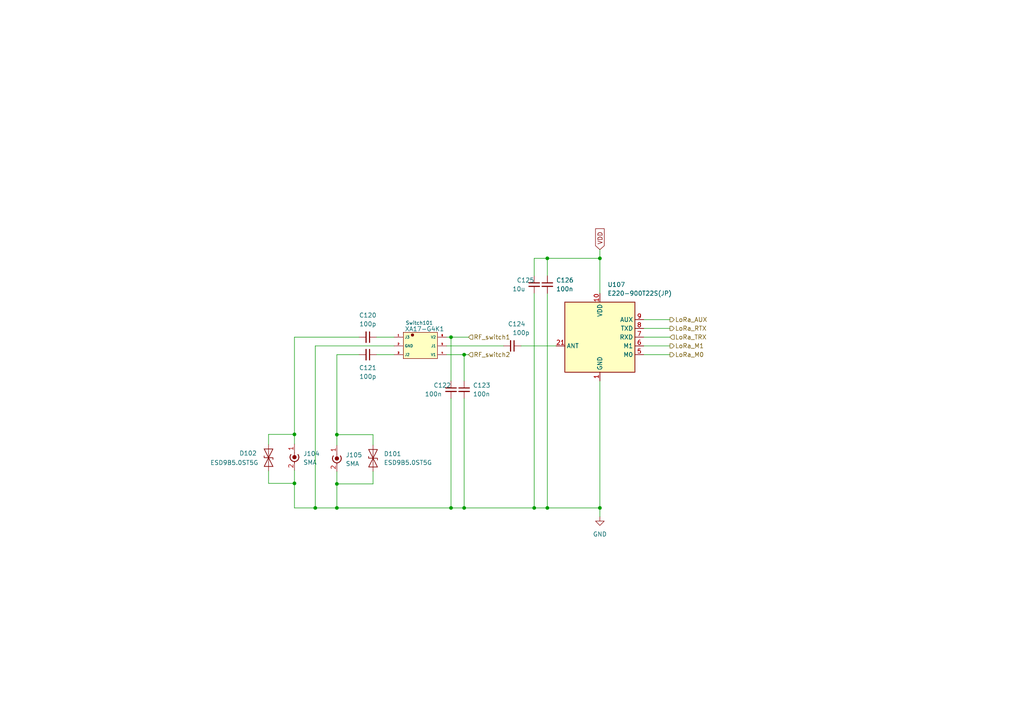
<source format=kicad_sch>
(kicad_sch
	(version 20231120)
	(generator "eeschema")
	(generator_version "8.0")
	(uuid "d339b9d8-51a7-460e-bb19-8d8c25d3e2aa")
	(paper "A4")
	(lib_symbols
		(symbol "Connector:Conn_Coaxial_Power"
			(pin_names
				(offset 1.016) hide)
			(exclude_from_sim no)
			(in_bom yes)
			(on_board yes)
			(property "Reference" "J"
				(at -5.08 -1.27 90)
				(effects
					(font
						(size 1.27 1.27)
					)
				)
			)
			(property "Value" "Conn_Coaxial_Power"
				(at -3.175 -1.27 90)
				(effects
					(font
						(size 1.27 1.27)
					)
				)
			)
			(property "Footprint" ""
				(at 0 -1.27 0)
				(effects
					(font
						(size 1.27 1.27)
					)
					(hide yes)
				)
			)
			(property "Datasheet" "~"
				(at 0 -1.27 0)
				(effects
					(font
						(size 1.27 1.27)
					)
					(hide yes)
				)
			)
			(property "Description" "coaxial connector (BNC, SMA, SMB, SMC, Cinch/RCA, LEMO, ...)"
				(at 0 0 0)
				(effects
					(font
						(size 1.27 1.27)
					)
					(hide yes)
				)
			)
			(property "ki_keywords" "BNC SMA SMB SMC LEMO coaxial connector CINCH RCA"
				(at 0 0 0)
				(effects
					(font
						(size 1.27 1.27)
					)
					(hide yes)
				)
			)
			(property "ki_fp_filters" "*BNC* *SMA* *SMB* *SMC* *Cinch* *LEMO*"
				(at 0 0 0)
				(effects
					(font
						(size 1.27 1.27)
					)
					(hide yes)
				)
			)
			(symbol "Conn_Coaxial_Power_0_1"
				(arc
					(start -1.27 -1.27)
					(mid 0 -2.5345)
					(end 1.27 -1.27)
					(stroke
						(width 0.254)
						(type default)
					)
					(fill
						(type none)
					)
				)
				(arc
					(start -1.016 -0.508)
					(mid -1.2048 -0.8684)
					(end -1.27 -1.27)
					(stroke
						(width 0.254)
						(type default)
					)
					(fill
						(type none)
					)
				)
				(circle
					(center 0 -1.27)
					(radius 0.508)
					(stroke
						(width 0.2032)
						(type default)
					)
					(fill
						(type outline)
					)
				)
				(polyline
					(pts
						(xy 0 -2.54) (xy 0 -3.048)
					)
					(stroke
						(width 0)
						(type default)
					)
					(fill
						(type none)
					)
				)
				(polyline
					(pts
						(xy 0 0) (xy 0 -1.27)
					)
					(stroke
						(width 0)
						(type default)
					)
					(fill
						(type none)
					)
				)
				(arc
					(start 1.27 -1.27)
					(mid 1.2048 -0.8684)
					(end 1.016 -0.508)
					(stroke
						(width 0.254)
						(type default)
					)
					(fill
						(type none)
					)
				)
			)
			(symbol "Conn_Coaxial_Power_1_1"
				(pin passive line
					(at 0 2.54 270)
					(length 2.54)
					(name "In"
						(effects
							(font
								(size 1.27 1.27)
							)
						)
					)
					(number "1"
						(effects
							(font
								(size 1.27 1.27)
							)
						)
					)
				)
				(pin passive line
					(at 0 -5.08 90)
					(length 2.54)
					(name "Ext"
						(effects
							(font
								(size 1.27 1.27)
							)
						)
					)
					(number "2"
						(effects
							(font
								(size 1.27 1.27)
							)
						)
					)
				)
			)
		)
		(symbol "Device:C_Small"
			(pin_numbers hide)
			(pin_names
				(offset 0.254) hide)
			(exclude_from_sim no)
			(in_bom yes)
			(on_board yes)
			(property "Reference" "C"
				(at 0.254 1.778 0)
				(effects
					(font
						(size 1.27 1.27)
					)
					(justify left)
				)
			)
			(property "Value" "C_Small"
				(at 0.254 -2.032 0)
				(effects
					(font
						(size 1.27 1.27)
					)
					(justify left)
				)
			)
			(property "Footprint" ""
				(at 0 0 0)
				(effects
					(font
						(size 1.27 1.27)
					)
					(hide yes)
				)
			)
			(property "Datasheet" "~"
				(at 0 0 0)
				(effects
					(font
						(size 1.27 1.27)
					)
					(hide yes)
				)
			)
			(property "Description" "Unpolarized capacitor, small symbol"
				(at 0 0 0)
				(effects
					(font
						(size 1.27 1.27)
					)
					(hide yes)
				)
			)
			(property "ki_keywords" "capacitor cap"
				(at 0 0 0)
				(effects
					(font
						(size 1.27 1.27)
					)
					(hide yes)
				)
			)
			(property "ki_fp_filters" "C_*"
				(at 0 0 0)
				(effects
					(font
						(size 1.27 1.27)
					)
					(hide yes)
				)
			)
			(symbol "C_Small_0_1"
				(polyline
					(pts
						(xy -1.524 -0.508) (xy 1.524 -0.508)
					)
					(stroke
						(width 0.3302)
						(type default)
					)
					(fill
						(type none)
					)
				)
				(polyline
					(pts
						(xy -1.524 0.508) (xy 1.524 0.508)
					)
					(stroke
						(width 0.3048)
						(type default)
					)
					(fill
						(type none)
					)
				)
			)
			(symbol "C_Small_1_1"
				(pin passive line
					(at 0 2.54 270)
					(length 2.032)
					(name "~"
						(effects
							(font
								(size 1.27 1.27)
							)
						)
					)
					(number "1"
						(effects
							(font
								(size 1.27 1.27)
							)
						)
					)
				)
				(pin passive line
					(at 0 -2.54 90)
					(length 2.032)
					(name "~"
						(effects
							(font
								(size 1.27 1.27)
							)
						)
					)
					(number "2"
						(effects
							(font
								(size 1.27 1.27)
							)
						)
					)
				)
			)
		)
		(symbol "Diode:ESD9B5.0ST5G"
			(pin_numbers hide)
			(pin_names
				(offset 1.016) hide)
			(exclude_from_sim no)
			(in_bom yes)
			(on_board yes)
			(property "Reference" "D"
				(at 0 2.54 0)
				(effects
					(font
						(size 1.27 1.27)
					)
				)
			)
			(property "Value" "ESD9B5.0ST5G"
				(at 0 -2.54 0)
				(effects
					(font
						(size 1.27 1.27)
					)
				)
			)
			(property "Footprint" "Diode_SMD:D_SOD-923"
				(at 0 0 0)
				(effects
					(font
						(size 1.27 1.27)
					)
					(hide yes)
				)
			)
			(property "Datasheet" "https://www.onsemi.com/pub/Collateral/ESD9B-D.PDF"
				(at 0 0 0)
				(effects
					(font
						(size 1.27 1.27)
					)
					(hide yes)
				)
			)
			(property "Description" "ESD protection diode, 5.0Vrwm, SOD-923"
				(at 0 0 0)
				(effects
					(font
						(size 1.27 1.27)
					)
					(hide yes)
				)
			)
			(property "ki_keywords" "diode TVS ESD"
				(at 0 0 0)
				(effects
					(font
						(size 1.27 1.27)
					)
					(hide yes)
				)
			)
			(property "ki_fp_filters" "D*SOD?923*"
				(at 0 0 0)
				(effects
					(font
						(size 1.27 1.27)
					)
					(hide yes)
				)
			)
			(symbol "ESD9B5.0ST5G_0_1"
				(polyline
					(pts
						(xy 1.27 0) (xy -1.27 0)
					)
					(stroke
						(width 0)
						(type default)
					)
					(fill
						(type none)
					)
				)
				(polyline
					(pts
						(xy -2.54 -1.27) (xy 0 0) (xy -2.54 1.27) (xy -2.54 -1.27)
					)
					(stroke
						(width 0.2032)
						(type default)
					)
					(fill
						(type none)
					)
				)
				(polyline
					(pts
						(xy 0.508 1.27) (xy 0 1.27) (xy 0 -1.27) (xy -0.508 -1.27)
					)
					(stroke
						(width 0.2032)
						(type default)
					)
					(fill
						(type none)
					)
				)
				(polyline
					(pts
						(xy 2.54 1.27) (xy 2.54 -1.27) (xy 0 0) (xy 2.54 1.27)
					)
					(stroke
						(width 0.2032)
						(type default)
					)
					(fill
						(type none)
					)
				)
			)
			(symbol "ESD9B5.0ST5G_1_1"
				(pin passive line
					(at -3.81 0 0)
					(length 2.54)
					(name "A1"
						(effects
							(font
								(size 1.27 1.27)
							)
						)
					)
					(number "1"
						(effects
							(font
								(size 1.27 1.27)
							)
						)
					)
				)
				(pin passive line
					(at 3.81 0 180)
					(length 2.54)
					(name "A2"
						(effects
							(font
								(size 1.27 1.27)
							)
						)
					)
					(number "2"
						(effects
							(font
								(size 1.27 1.27)
							)
						)
					)
				)
			)
		)
		(symbol "RF_Module_additional:E220-900T22S(JP)"
			(exclude_from_sim no)
			(in_bom yes)
			(on_board yes)
			(property "Reference" "U"
				(at -8.89 11.43 0)
				(effects
					(font
						(size 1.27 1.27)
					)
				)
			)
			(property "Value" "E220-900T22S(JP)"
				(at 11.43 11.43 0)
				(effects
					(font
						(size 1.27 1.27)
					)
				)
			)
			(property "Footprint" "RF_Module_additional:E220-900T22S(JP)"
				(at 0 0 0)
				(effects
					(font
						(size 1.27 1.27)
					)
					(hide yes)
				)
			)
			(property "Datasheet" "https://dragon-torch.tech/wp-content/uploads/2023/05/data_sheet_Rev1.4.pdf"
				(at 7.62 -11.43 0)
				(effects
					(font
						(size 1.27 1.27)
					)
					(hide yes)
				)
			)
			(property "Description" "920MHz LoRa Module, comply with Japanese wireless regulation"
				(at 0 0 0)
				(effects
					(font
						(size 1.27 1.27)
					)
					(hide yes)
				)
			)
			(property "ki_keywords" "RF 920 920MHz LoRa Module"
				(at 0 0 0)
				(effects
					(font
						(size 1.27 1.27)
					)
					(hide yes)
				)
			)
			(symbol "E220-900T22S(JP)_0_1"
				(rectangle
					(start -10.16 10.16)
					(end 10.16 -10.16)
					(stroke
						(width 0.254)
						(type default)
					)
					(fill
						(type background)
					)
				)
			)
			(symbol "E220-900T22S(JP)_1_1"
				(pin power_in line
					(at 0 -12.7 90)
					(length 2.54)
					(name "GND"
						(effects
							(font
								(size 1.27 1.27)
							)
						)
					)
					(number "1"
						(effects
							(font
								(size 1.27 1.27)
							)
						)
					)
				)
				(pin power_in line
					(at 0 12.7 270)
					(length 2.54)
					(name "VDD"
						(effects
							(font
								(size 1.27 1.27)
							)
						)
					)
					(number "10"
						(effects
							(font
								(size 1.27 1.27)
							)
						)
					)
				)
				(pin passive line
					(at 0 -12.7 90)
					(length 2.54) hide
					(name "GND"
						(effects
							(font
								(size 1.27 1.27)
							)
						)
					)
					(number "11"
						(effects
							(font
								(size 1.27 1.27)
							)
						)
					)
				)
				(pin passive line
					(at 0 -12.7 90)
					(length 2.54) hide
					(name "GND"
						(effects
							(font
								(size 1.27 1.27)
							)
						)
					)
					(number "13"
						(effects
							(font
								(size 1.27 1.27)
							)
						)
					)
				)
				(pin passive line
					(at 0 -12.7 90)
					(length 2.54) hide
					(name "GND"
						(effects
							(font
								(size 1.27 1.27)
							)
						)
					)
					(number "19"
						(effects
							(font
								(size 1.27 1.27)
							)
						)
					)
				)
				(pin passive line
					(at 0 -12.7 90)
					(length 2.54) hide
					(name "GND"
						(effects
							(font
								(size 1.27 1.27)
							)
						)
					)
					(number "2"
						(effects
							(font
								(size 1.27 1.27)
							)
						)
					)
				)
				(pin passive line
					(at 0 -12.7 90)
					(length 2.54) hide
					(name "GND"
						(effects
							(font
								(size 1.27 1.27)
							)
						)
					)
					(number "20"
						(effects
							(font
								(size 1.27 1.27)
							)
						)
					)
				)
				(pin power_in line
					(at -12.7 -2.54 0)
					(length 2.54)
					(name "ANT"
						(effects
							(font
								(size 1.27 1.27)
							)
						)
					)
					(number "21"
						(effects
							(font
								(size 1.27 1.27)
							)
						)
					)
				)
				(pin passive line
					(at 0 -12.7 90)
					(length 2.54) hide
					(name "GND"
						(effects
							(font
								(size 1.27 1.27)
							)
						)
					)
					(number "22"
						(effects
							(font
								(size 1.27 1.27)
							)
						)
					)
				)
				(pin passive line
					(at 0 -12.7 90)
					(length 2.54) hide
					(name "GND"
						(effects
							(font
								(size 1.27 1.27)
							)
						)
					)
					(number "3"
						(effects
							(font
								(size 1.27 1.27)
							)
						)
					)
				)
				(pin passive line
					(at 0 -12.7 90)
					(length 2.54) hide
					(name "GND"
						(effects
							(font
								(size 1.27 1.27)
							)
						)
					)
					(number "4"
						(effects
							(font
								(size 1.27 1.27)
							)
						)
					)
				)
				(pin input line
					(at 12.7 -5.08 180)
					(length 2.54)
					(name "M0"
						(effects
							(font
								(size 1.27 1.27)
							)
						)
					)
					(number "5"
						(effects
							(font
								(size 1.27 1.27)
							)
						)
					)
				)
				(pin input line
					(at 12.7 -2.54 180)
					(length 2.54)
					(name "M1"
						(effects
							(font
								(size 1.27 1.27)
							)
						)
					)
					(number "6"
						(effects
							(font
								(size 1.27 1.27)
							)
						)
					)
				)
				(pin input line
					(at 12.7 0 180)
					(length 2.54)
					(name "RXD"
						(effects
							(font
								(size 1.27 1.27)
							)
						)
					)
					(number "7"
						(effects
							(font
								(size 1.27 1.27)
							)
						)
					)
				)
				(pin output line
					(at 12.7 2.54 180)
					(length 2.54)
					(name "TXD"
						(effects
							(font
								(size 1.27 1.27)
							)
						)
					)
					(number "8"
						(effects
							(font
								(size 1.27 1.27)
							)
						)
					)
				)
				(pin output line
					(at 12.7 5.08 180)
					(length 2.54)
					(name "AUX"
						(effects
							(font
								(size 1.27 1.27)
							)
						)
					)
					(number "9"
						(effects
							(font
								(size 1.27 1.27)
							)
						)
					)
				)
			)
		)
		(symbol "XA17-G4K:XA17-G4K"
			(exclude_from_sim no)
			(in_bom yes)
			(on_board yes)
			(property "Reference" "XA17-G4K"
				(at 2.921 5.08 0)
				(effects
					(font
						(size 1.016 1.016)
					)
				)
			)
			(property "Value" ""
				(at 0 0 0)
				(effects
					(font
						(size 1.27 1.27)
					)
				)
			)
			(property "Footprint" ""
				(at 0 0 0)
				(effects
					(font
						(size 1.27 1.27)
					)
					(hide yes)
				)
			)
			(property "Datasheet" ""
				(at 0 0 0)
				(effects
					(font
						(size 1.27 1.27)
					)
					(hide yes)
				)
			)
			(property "Description" ""
				(at 0 0 0)
				(effects
					(font
						(size 1.27 1.27)
					)
					(hide yes)
				)
			)
			(symbol "XA17-G4K_1_1"
				(rectangle
					(start -4.953 3.937)
					(end 4.953 -3.683)
					(stroke
						(width 0)
						(type solid)
					)
					(fill
						(type background)
					)
				)
				(circle
					(center -2.286 3.175)
					(radius 0.381)
					(stroke
						(width 0)
						(type default)
					)
					(fill
						(type outline)
					)
				)
				(pin free line
					(at -7.62 2.54 0)
					(length 2.54)
					(name "J3"
						(effects
							(font
								(size 0.762 0.762)
							)
						)
					)
					(number "1"
						(effects
							(font
								(size 0.508 0.508)
							)
						)
					)
				)
				(pin free line
					(at -7.62 0 0)
					(length 2.54)
					(name "GND"
						(effects
							(font
								(size 0.762 0.762)
							)
						)
					)
					(number "2"
						(effects
							(font
								(size 0.508 0.508)
							)
						)
					)
				)
				(pin free line
					(at -7.62 -2.54 0)
					(length 2.54)
					(name "J2"
						(effects
							(font
								(size 0.762 0.762)
							)
						)
					)
					(number "3"
						(effects
							(font
								(size 0.508 0.508)
							)
						)
					)
				)
				(pin free line
					(at 7.62 -2.54 180)
					(length 2.54)
					(name "V1"
						(effects
							(font
								(size 0.762 0.762)
							)
						)
					)
					(number "4"
						(effects
							(font
								(size 0.508 0.508)
							)
						)
					)
				)
				(pin free line
					(at 7.62 0 180)
					(length 2.54)
					(name "J1"
						(effects
							(font
								(size 0.762 0.762)
							)
						)
					)
					(number "5"
						(effects
							(font
								(size 0.508 0.508)
							)
						)
					)
				)
				(pin free line
					(at 7.62 2.54 180)
					(length 2.54)
					(name "V2"
						(effects
							(font
								(size 0.762 0.762)
							)
						)
					)
					(number "6"
						(effects
							(font
								(size 0.508 0.508)
							)
						)
					)
				)
			)
		)
		(symbol "power:GND"
			(power)
			(pin_names
				(offset 0)
			)
			(exclude_from_sim no)
			(in_bom yes)
			(on_board yes)
			(property "Reference" "#PWR"
				(at 0 -6.35 0)
				(effects
					(font
						(size 1.27 1.27)
					)
					(hide yes)
				)
			)
			(property "Value" "GND"
				(at 0 -3.81 0)
				(effects
					(font
						(size 1.27 1.27)
					)
				)
			)
			(property "Footprint" ""
				(at 0 0 0)
				(effects
					(font
						(size 1.27 1.27)
					)
					(hide yes)
				)
			)
			(property "Datasheet" ""
				(at 0 0 0)
				(effects
					(font
						(size 1.27 1.27)
					)
					(hide yes)
				)
			)
			(property "Description" "Power symbol creates a global label with name \"GND\" , ground"
				(at 0 0 0)
				(effects
					(font
						(size 1.27 1.27)
					)
					(hide yes)
				)
			)
			(property "ki_keywords" "global power"
				(at 0 0 0)
				(effects
					(font
						(size 1.27 1.27)
					)
					(hide yes)
				)
			)
			(symbol "GND_0_1"
				(polyline
					(pts
						(xy 0 0) (xy 0 -1.27) (xy 1.27 -1.27) (xy 0 -2.54) (xy -1.27 -1.27) (xy 0 -1.27)
					)
					(stroke
						(width 0)
						(type default)
					)
					(fill
						(type none)
					)
				)
			)
			(symbol "GND_1_1"
				(pin power_in line
					(at 0 0 270)
					(length 0) hide
					(name "GND"
						(effects
							(font
								(size 1.27 1.27)
							)
						)
					)
					(number "1"
						(effects
							(font
								(size 1.27 1.27)
							)
						)
					)
				)
			)
		)
	)
	(junction
		(at 97.7064 126.0682)
		(diameter 0)
		(color 0 0 0 0)
		(uuid "05754398-e7f5-4454-ac2a-933e971a1868")
	)
	(junction
		(at 85.4018 140.1958)
		(diameter 0)
		(color 0 0 0 0)
		(uuid "2e6dd3c6-1ecc-48ae-b7b8-9f1d510423bd")
	)
	(junction
		(at 173.99 147.32)
		(diameter 0)
		(color 0 0 0 0)
		(uuid "355c01bf-ab79-4dd5-ba30-ae79abea33c3")
	)
	(junction
		(at 134.62 147.32)
		(diameter 0)
		(color 0 0 0 0)
		(uuid "37e715de-c5a2-4a99-8770-c59eed230a88")
	)
	(junction
		(at 173.99 74.93)
		(diameter 0)
		(color 0 0 0 0)
		(uuid "57ffcb14-8225-4f1d-8075-ee953724838f")
	)
	(junction
		(at 130.81 97.79)
		(diameter 0)
		(color 0 0 0 0)
		(uuid "7fa13b85-998a-476b-9ec9-941b405ad4be")
	)
	(junction
		(at 154.94 147.32)
		(diameter 0)
		(color 0 0 0 0)
		(uuid "8ec9b8d2-7105-4836-829c-0c4793ed3a9c")
	)
	(junction
		(at 134.62 102.87)
		(diameter 0)
		(color 0 0 0 0)
		(uuid "9acd7f40-5dab-4e9f-a255-d1235bf804c6")
	)
	(junction
		(at 158.75 147.32)
		(diameter 0)
		(color 0 0 0 0)
		(uuid "a8aa2793-baf2-483b-b20a-337b66a83a8b")
	)
	(junction
		(at 97.7064 140.3477)
		(diameter 0)
		(color 0 0 0 0)
		(uuid "c008021d-75b5-4a84-ae43-b2ee38dd3261")
	)
	(junction
		(at 130.81 147.32)
		(diameter 0)
		(color 0 0 0 0)
		(uuid "d2395486-833f-43c5-80e4-dcb9a8e18af7")
	)
	(junction
		(at 97.7064 147.32)
		(diameter 0)
		(color 0 0 0 0)
		(uuid "d3e385f2-3460-43cf-8bf1-608a1a8f1d21")
	)
	(junction
		(at 85.4018 125.9922)
		(diameter 0)
		(color 0 0 0 0)
		(uuid "e2550b78-0d45-4260-a772-867c2435fe04")
	)
	(junction
		(at 91.44 147.32)
		(diameter 0)
		(color 0 0 0 0)
		(uuid "ea4332a6-3a60-4e7f-b42e-f10166e6ee0b")
	)
	(junction
		(at 158.75 74.93)
		(diameter 0)
		(color 0 0 0 0)
		(uuid "f057d2b7-87b3-41bc-9666-cdd1a9a7936c")
	)
	(wire
		(pts
			(xy 85.4018 136.4082) (xy 85.4018 140.1958)
		)
		(stroke
			(width 0)
			(type default)
		)
		(uuid "06cd50a1-1287-4dcc-a968-a6846473d675")
	)
	(wire
		(pts
			(xy 154.94 147.32) (xy 158.75 147.32)
		)
		(stroke
			(width 0)
			(type default)
		)
		(uuid "09c5680e-351b-446a-8e75-fba7b9a1a3ad")
	)
	(wire
		(pts
			(xy 158.75 74.93) (xy 158.75 80.01)
		)
		(stroke
			(width 0)
			(type default)
		)
		(uuid "0bbed2cd-98e4-4fcd-b7ad-88f6edbf5cee")
	)
	(wire
		(pts
			(xy 97.7064 126.0682) (xy 97.7064 129.1679)
		)
		(stroke
			(width 0)
			(type default)
		)
		(uuid "17503497-1a37-448d-a64c-7342f8c0f37d")
	)
	(wire
		(pts
			(xy 173.99 147.32) (xy 173.99 149.86)
		)
		(stroke
			(width 0)
			(type default)
		)
		(uuid "182fb241-c2a4-4a2d-86ce-45b9e67cdba7")
	)
	(wire
		(pts
			(xy 108.1976 126.0682) (xy 97.7064 126.0682)
		)
		(stroke
			(width 0)
			(type default)
		)
		(uuid "18cd8214-5ff2-40d9-ac04-286462b59c9e")
	)
	(wire
		(pts
			(xy 130.81 97.79) (xy 135.89 97.79)
		)
		(stroke
			(width 0)
			(type default)
		)
		(uuid "24a909a9-0a62-40a2-8b3d-bd5775e94d99")
	)
	(wire
		(pts
			(xy 109.22 102.87) (xy 114.3 102.87)
		)
		(stroke
			(width 0)
			(type default)
		)
		(uuid "24d8b603-d3cf-4117-85f7-8352c730e6a9")
	)
	(wire
		(pts
			(xy 91.44 147.32) (xy 97.7064 147.32)
		)
		(stroke
			(width 0)
			(type default)
		)
		(uuid "318dd322-0d38-43d6-8030-27637c079724")
	)
	(wire
		(pts
			(xy 194.31 95.25) (xy 186.69 95.25)
		)
		(stroke
			(width 0)
			(type default)
		)
		(uuid "35b049f7-4421-4c0b-a0c7-fd996386beaf")
	)
	(wire
		(pts
			(xy 158.75 147.32) (xy 173.99 147.32)
		)
		(stroke
			(width 0)
			(type default)
		)
		(uuid "3d9c3178-d3af-4b4b-b4b0-5de4af503508")
	)
	(wire
		(pts
			(xy 108.1976 136.7141) (xy 108.1976 140.3477)
		)
		(stroke
			(width 0)
			(type default)
		)
		(uuid "42f0f5fb-d679-4cca-8b2e-ad7593110c46")
	)
	(wire
		(pts
			(xy 104.14 97.79) (xy 85.4018 97.79)
		)
		(stroke
			(width 0)
			(type default)
		)
		(uuid "4386dfd1-1cfc-4699-801a-be31b9d4d038")
	)
	(wire
		(pts
			(xy 194.31 100.33) (xy 186.69 100.33)
		)
		(stroke
			(width 0)
			(type default)
		)
		(uuid "487fc7eb-0e39-4365-9eb7-696ac6d007f6")
	)
	(wire
		(pts
			(xy 158.75 85.09) (xy 158.75 147.32)
		)
		(stroke
			(width 0)
			(type default)
		)
		(uuid "4920bcdd-325a-465b-8e4d-7514f699b0a9")
	)
	(wire
		(pts
			(xy 173.99 74.93) (xy 173.99 85.09)
		)
		(stroke
			(width 0)
			(type default)
		)
		(uuid "4be6cb6a-284d-4370-acd2-45a1b427dd85")
	)
	(wire
		(pts
			(xy 134.62 115.57) (xy 134.62 147.32)
		)
		(stroke
			(width 0)
			(type default)
		)
		(uuid "508ed199-6729-4873-a2fc-555df9482330")
	)
	(wire
		(pts
			(xy 134.62 102.87) (xy 134.62 110.49)
		)
		(stroke
			(width 0)
			(type default)
		)
		(uuid "51b0bcaf-3b37-44c3-874d-dfe68ec92947")
	)
	(wire
		(pts
			(xy 77.8917 136.5622) (xy 77.8917 140.1958)
		)
		(stroke
			(width 0)
			(type default)
		)
		(uuid "52861cce-e615-402d-9f6d-d015f682dd71")
	)
	(wire
		(pts
			(xy 77.8917 128.9422) (xy 77.8917 125.9922)
		)
		(stroke
			(width 0)
			(type default)
		)
		(uuid "616f9c31-c307-43ba-9c90-3d7b0c591f5a")
	)
	(wire
		(pts
			(xy 97.7064 147.32) (xy 130.81 147.32)
		)
		(stroke
			(width 0)
			(type default)
		)
		(uuid "617bcfb3-88be-4619-85c2-f3cb2d12ec78")
	)
	(wire
		(pts
			(xy 134.62 102.87) (xy 135.89 102.87)
		)
		(stroke
			(width 0)
			(type default)
		)
		(uuid "63e8a014-1629-450a-8a9e-f26d30b72e3d")
	)
	(wire
		(pts
			(xy 108.1976 140.3477) (xy 97.7064 140.3477)
		)
		(stroke
			(width 0)
			(type default)
		)
		(uuid "64e35c12-dd5d-489f-a470-638c3cec9d33")
	)
	(wire
		(pts
			(xy 186.69 97.79) (xy 194.31 97.79)
		)
		(stroke
			(width 0)
			(type default)
		)
		(uuid "6e2f2a86-94df-437a-bb89-1921fa4426ea")
	)
	(wire
		(pts
			(xy 129.54 97.79) (xy 130.81 97.79)
		)
		(stroke
			(width 0)
			(type default)
		)
		(uuid "6e54de74-ca99-4aa7-8f4d-9ae375d98134")
	)
	(wire
		(pts
			(xy 91.44 100.33) (xy 91.44 147.32)
		)
		(stroke
			(width 0)
			(type default)
		)
		(uuid "7037183a-4a15-4924-95f0-461ca1f7de17")
	)
	(wire
		(pts
			(xy 97.7064 140.3477) (xy 97.7064 147.32)
		)
		(stroke
			(width 0)
			(type default)
		)
		(uuid "76a67cef-ed16-449b-b8a8-b78ce7fdc53d")
	)
	(wire
		(pts
			(xy 154.94 85.09) (xy 154.94 147.32)
		)
		(stroke
			(width 0)
			(type default)
		)
		(uuid "77c958a1-9195-407b-b058-68c29f69b00c")
	)
	(wire
		(pts
			(xy 114.3 97.79) (xy 109.22 97.79)
		)
		(stroke
			(width 0)
			(type default)
		)
		(uuid "7bbe442c-7539-4010-bdff-d727731922b1")
	)
	(wire
		(pts
			(xy 173.99 72.39) (xy 173.99 74.93)
		)
		(stroke
			(width 0)
			(type default)
		)
		(uuid "7e332e91-c1d9-4e3e-8bf7-f0eeed868f41")
	)
	(wire
		(pts
			(xy 97.7064 102.87) (xy 104.14 102.87)
		)
		(stroke
			(width 0)
			(type default)
		)
		(uuid "80672e7b-a472-4be8-8605-fff90f37deed")
	)
	(wire
		(pts
			(xy 186.69 92.71) (xy 194.31 92.71)
		)
		(stroke
			(width 0)
			(type default)
		)
		(uuid "8069b63b-a7ee-4ae7-803b-f9b6e62dda2a")
	)
	(wire
		(pts
			(xy 129.54 102.87) (xy 134.62 102.87)
		)
		(stroke
			(width 0)
			(type default)
		)
		(uuid "80c95b3e-1e04-4ee5-8cc1-679e7e7e3ce6")
	)
	(wire
		(pts
			(xy 154.94 74.93) (xy 158.75 74.93)
		)
		(stroke
			(width 0)
			(type default)
		)
		(uuid "84033989-2ce9-4450-8815-c570a74fc22e")
	)
	(wire
		(pts
			(xy 114.3 100.33) (xy 91.44 100.33)
		)
		(stroke
			(width 0)
			(type default)
		)
		(uuid "85790077-733a-4ff0-b74f-ba99a817228f")
	)
	(wire
		(pts
			(xy 129.54 100.33) (xy 146.05 100.33)
		)
		(stroke
			(width 0)
			(type default)
		)
		(uuid "860559a2-076c-4c17-b8ab-7052185cbb90")
	)
	(wire
		(pts
			(xy 134.62 147.32) (xy 154.94 147.32)
		)
		(stroke
			(width 0)
			(type default)
		)
		(uuid "890a9cde-fd4b-417f-a027-5c957ea5083f")
	)
	(wire
		(pts
			(xy 85.4018 97.79) (xy 85.4018 125.9922)
		)
		(stroke
			(width 0)
			(type default)
		)
		(uuid "8ade3cc5-7670-48e4-ab4d-09ec30953f0a")
	)
	(wire
		(pts
			(xy 97.7064 102.87) (xy 97.7064 126.0682)
		)
		(stroke
			(width 0)
			(type default)
		)
		(uuid "8ba0b758-df27-44cc-ac41-5cf64a7ef758")
	)
	(wire
		(pts
			(xy 85.4018 147.32) (xy 91.44 147.32)
		)
		(stroke
			(width 0)
			(type default)
		)
		(uuid "8daeee9c-1b94-402b-911f-1d4d26482842")
	)
	(wire
		(pts
			(xy 154.94 80.01) (xy 154.94 74.93)
		)
		(stroke
			(width 0)
			(type default)
		)
		(uuid "96d28f05-2242-49d2-bbbb-98c5eea2c51a")
	)
	(wire
		(pts
			(xy 77.8917 140.1958) (xy 85.4018 140.1958)
		)
		(stroke
			(width 0)
			(type default)
		)
		(uuid "a04e00f8-269d-469e-acc3-14cfb738a24f")
	)
	(wire
		(pts
			(xy 97.7064 136.7879) (xy 97.7064 140.3477)
		)
		(stroke
			(width 0)
			(type default)
		)
		(uuid "a5483205-669c-4a00-af5d-c4b4b1387cc8")
	)
	(wire
		(pts
			(xy 108.1976 129.0941) (xy 108.1976 126.0682)
		)
		(stroke
			(width 0)
			(type default)
		)
		(uuid "a95db9c5-7e1f-4592-b3fd-275556ceb256")
	)
	(wire
		(pts
			(xy 85.4018 125.9922) (xy 85.4018 128.7882)
		)
		(stroke
			(width 0)
			(type default)
		)
		(uuid "ad520e63-7e65-4835-bf96-86e5b3ee5452")
	)
	(wire
		(pts
			(xy 173.99 110.49) (xy 173.99 147.32)
		)
		(stroke
			(width 0)
			(type default)
		)
		(uuid "b0878cb7-e771-4d0e-99a7-9f13b16ee4ad")
	)
	(wire
		(pts
			(xy 130.81 97.79) (xy 130.81 110.49)
		)
		(stroke
			(width 0)
			(type default)
		)
		(uuid "baa1fe78-877a-442c-abe5-1f2c58ea8235")
	)
	(wire
		(pts
			(xy 77.8917 125.9922) (xy 85.4018 125.9922)
		)
		(stroke
			(width 0)
			(type default)
		)
		(uuid "baa9ce80-170b-4862-800f-393addb06d77")
	)
	(wire
		(pts
			(xy 85.4018 140.1958) (xy 85.4018 147.32)
		)
		(stroke
			(width 0)
			(type default)
		)
		(uuid "c47c827a-2b27-4f86-a8e7-508bc0dda052")
	)
	(wire
		(pts
			(xy 186.69 102.87) (xy 194.31 102.87)
		)
		(stroke
			(width 0)
			(type default)
		)
		(uuid "cab9b73e-0794-4d40-8c30-8473fd9820e9")
	)
	(wire
		(pts
			(xy 130.81 147.32) (xy 134.62 147.32)
		)
		(stroke
			(width 0)
			(type default)
		)
		(uuid "da501897-9043-4118-86f1-306a3619d923")
	)
	(wire
		(pts
			(xy 151.13 100.33) (xy 161.29 100.33)
		)
		(stroke
			(width 0)
			(type default)
		)
		(uuid "e0f3c9a7-a9d5-47c4-8041-682aaeeb65d7")
	)
	(wire
		(pts
			(xy 158.75 74.93) (xy 173.99 74.93)
		)
		(stroke
			(width 0)
			(type default)
		)
		(uuid "e4ba0dde-fcf8-4b39-97e9-02be8e3130dd")
	)
	(wire
		(pts
			(xy 130.81 115.57) (xy 130.81 147.32)
		)
		(stroke
			(width 0)
			(type default)
		)
		(uuid "e89cf384-6eea-4803-9e45-3a29af9f5e16")
	)
	(global_label "VDD"
		(shape input)
		(at 173.99 72.39 90)
		(fields_autoplaced yes)
		(effects
			(font
				(size 1.27 1.27)
			)
			(justify left)
		)
		(uuid "92f3ab37-83c7-498e-b38d-f33b4c137008")
		(property "Intersheetrefs" "${INTERSHEET_REFS}"
			(at 173.99 65.7762 90)
			(effects
				(font
					(size 1.27 1.27)
				)
				(justify left)
				(hide yes)
			)
		)
	)
	(hierarchical_label "LoRa_M0"
		(shape output)
		(at 194.31 102.87 0)
		(fields_autoplaced yes)
		(effects
			(font
				(size 1.27 1.27)
			)
			(justify left)
		)
		(uuid "0037211b-aaa7-4823-bcd5-63ac6d0e9f53")
	)
	(hierarchical_label "LoRa_AUX"
		(shape output)
		(at 194.31 92.71 0)
		(fields_autoplaced yes)
		(effects
			(font
				(size 1.27 1.27)
			)
			(justify left)
		)
		(uuid "2c9a0029-76b4-47eb-80ae-ef665d58823d")
	)
	(hierarchical_label "RF_switch2"
		(shape input)
		(at 135.89 102.87 0)
		(fields_autoplaced yes)
		(effects
			(font
				(size 1.27 1.27)
			)
			(justify left)
		)
		(uuid "403aa32d-ef46-4a53-9677-ca11344810a7")
	)
	(hierarchical_label "LoRa_M1"
		(shape output)
		(at 194.31 100.33 0)
		(fields_autoplaced yes)
		(effects
			(font
				(size 1.27 1.27)
			)
			(justify left)
		)
		(uuid "9a3fe4a3-b2d5-4d47-9469-048d39e88567")
	)
	(hierarchical_label "LoRa_RTX"
		(shape output)
		(at 194.31 95.25 0)
		(fields_autoplaced yes)
		(effects
			(font
				(size 1.27 1.27)
			)
			(justify left)
		)
		(uuid "a12fddad-04ab-413b-bd1c-a0c82f705466")
	)
	(hierarchical_label "LoRa_TRX"
		(shape input)
		(at 194.31 97.79 0)
		(fields_autoplaced yes)
		(effects
			(font
				(size 1.27 1.27)
			)
			(justify left)
		)
		(uuid "b4c040f4-72b7-4e68-a213-ac1b2004fa4d")
	)
	(hierarchical_label "RF_switch1"
		(shape input)
		(at 135.89 97.79 0)
		(fields_autoplaced yes)
		(effects
			(font
				(size 1.27 1.27)
			)
			(justify left)
		)
		(uuid "e5784af7-f52d-4392-b539-a1d12688e68d")
	)
	(symbol
		(lib_id "power:GND")
		(at 173.99 149.86 0)
		(unit 1)
		(exclude_from_sim no)
		(in_bom yes)
		(on_board yes)
		(dnp no)
		(fields_autoplaced yes)
		(uuid "14349938-dfe3-48cb-b1e2-a2ce153809ad")
		(property "Reference" "#PWR0107"
			(at 173.99 156.21 0)
			(effects
				(font
					(size 1.27 1.27)
				)
				(hide yes)
			)
		)
		(property "Value" "GND"
			(at 173.99 154.94 0)
			(effects
				(font
					(size 1.27 1.27)
				)
			)
		)
		(property "Footprint" ""
			(at 173.99 149.86 0)
			(effects
				(font
					(size 1.27 1.27)
				)
				(hide yes)
			)
		)
		(property "Datasheet" ""
			(at 173.99 149.86 0)
			(effects
				(font
					(size 1.27 1.27)
				)
				(hide yes)
			)
		)
		(property "Description" ""
			(at 173.99 149.86 0)
			(effects
				(font
					(size 1.27 1.27)
				)
				(hide yes)
			)
		)
		(pin "1"
			(uuid "83afa4e0-572d-49fd-8a5c-eb1b1c98392a")
		)
		(instances
			(project "Tracker"
				(path "/485a01ee-6a57-485f-8e4c-0ef4d16d0717/efd7ae85-9fe5-4157-81cb-d43dd184a75d"
					(reference "#PWR0107")
					(unit 1)
				)
			)
			(project "GS"
				(path "/920f9ee9-d8de-4f24-ad72-1c45434a67fe/3316d3c7-e589-4a85-9cfa-f266c9e23539"
					(reference "#PWR0155")
					(unit 1)
				)
				(path "/920f9ee9-d8de-4f24-ad72-1c45434a67fe/427de6ad-f4b2-42a4-bd89-dc23e902e8bd"
					(reference "#PWR0212")
					(unit 1)
				)
			)
			(project "LoRa"
				(path "/d339b9d8-51a7-460e-bb19-8d8c25d3e2aa"
					(reference "#PWR0155")
					(unit 1)
				)
			)
		)
	)
	(symbol
		(lib_id "Device:C_Small")
		(at 158.75 82.55 0)
		(unit 1)
		(exclude_from_sim no)
		(in_bom yes)
		(on_board yes)
		(dnp no)
		(uuid "3dcfd070-c625-41c6-b6c3-372a62eade29")
		(property "Reference" "C113"
			(at 161.29 81.2863 0)
			(effects
				(font
					(size 1.27 1.27)
				)
				(justify left)
			)
		)
		(property "Value" "100n"
			(at 161.29 83.82 0)
			(effects
				(font
					(size 1.27 1.27)
				)
				(justify left)
			)
		)
		(property "Footprint" "Capacitor_SMD:C_0402_1005Metric"
			(at 158.75 82.55 0)
			(effects
				(font
					(size 1.27 1.27)
				)
				(hide yes)
			)
		)
		(property "Datasheet" "~"
			(at 158.75 82.55 0)
			(effects
				(font
					(size 1.27 1.27)
				)
				(hide yes)
			)
		)
		(property "Description" ""
			(at 158.75 82.55 0)
			(effects
				(font
					(size 1.27 1.27)
				)
				(hide yes)
			)
		)
		(property "LCSC" "C1525"
			(at 158.75 82.55 0)
			(effects
				(font
					(size 1.27 1.27)
				)
				(hide yes)
			)
		)
		(pin "1"
			(uuid "add4fdb6-ad9e-4165-8ad9-1851804590a3")
		)
		(pin "2"
			(uuid "5982d33e-c49a-4703-95e5-d2ef0f77510d")
		)
		(instances
			(project "Tracker"
				(path "/485a01ee-6a57-485f-8e4c-0ef4d16d0717/efd7ae85-9fe5-4157-81cb-d43dd184a75d"
					(reference "C113")
					(unit 1)
				)
			)
			(project "GS"
				(path "/920f9ee9-d8de-4f24-ad72-1c45434a67fe/3316d3c7-e589-4a85-9cfa-f266c9e23539"
					(reference "C126")
					(unit 1)
				)
				(path "/920f9ee9-d8de-4f24-ad72-1c45434a67fe/427de6ad-f4b2-42a4-bd89-dc23e902e8bd"
					(reference "C160")
					(unit 1)
				)
			)
			(project "LoRa"
				(path "/d339b9d8-51a7-460e-bb19-8d8c25d3e2aa"
					(reference "C126")
					(unit 1)
				)
			)
		)
	)
	(symbol
		(lib_id "Diode:ESD9B5.0ST5G")
		(at 108.1976 132.9041 90)
		(unit 1)
		(exclude_from_sim no)
		(in_bom yes)
		(on_board yes)
		(dnp no)
		(fields_autoplaced yes)
		(uuid "53546ecd-f41d-4e02-95e6-ffcd27f23300")
		(property "Reference" "D102"
			(at 111.3043 131.634 90)
			(effects
				(font
					(size 1.27 1.27)
				)
				(justify right)
			)
		)
		(property "Value" "ESD9B5.0ST5G"
			(at 111.3043 134.174 90)
			(effects
				(font
					(size 1.27 1.27)
				)
				(justify right)
			)
		)
		(property "Footprint" "Diode_SMD:D_SOD-882"
			(at 108.1976 132.9041 0)
			(effects
				(font
					(size 1.27 1.27)
				)
				(hide yes)
			)
		)
		(property "Datasheet" "https://www.onsemi.com/pub/Collateral/ESD9B-D.PDF"
			(at 108.1976 132.9041 0)
			(effects
				(font
					(size 1.27 1.27)
				)
				(hide yes)
			)
		)
		(property "Description" "ESD protection diode, 5.0Vrwm, SOD-923"
			(at 108.1976 132.9041 0)
			(effects
				(font
					(size 1.27 1.27)
				)
				(hide yes)
			)
		)
		(property "LCSC" " C7420372"
			(at 108.1976 132.9041 0)
			(effects
				(font
					(size 1.27 1.27)
				)
				(hide yes)
			)
		)
		(pin "1"
			(uuid "5bb2e40a-6c69-468c-bb15-6c11994a2a26")
		)
		(pin "2"
			(uuid "ccbc7e61-89fb-4488-b45e-b17016ddda95")
		)
		(instances
			(project "Tracker"
				(path "/485a01ee-6a57-485f-8e4c-0ef4d16d0717/efd7ae85-9fe5-4157-81cb-d43dd184a75d"
					(reference "D102")
					(unit 1)
				)
			)
			(project "GS"
				(path "/920f9ee9-d8de-4f24-ad72-1c45434a67fe/3316d3c7-e589-4a85-9cfa-f266c9e23539"
					(reference "D101")
					(unit 1)
				)
				(path "/920f9ee9-d8de-4f24-ad72-1c45434a67fe/427de6ad-f4b2-42a4-bd89-dc23e902e8bd"
					(reference "D101")
					(unit 1)
				)
			)
			(project "LoRa"
				(path "/d339b9d8-51a7-460e-bb19-8d8c25d3e2aa"
					(reference "D101")
					(unit 1)
				)
			)
		)
	)
	(symbol
		(lib_id "XA17-G4K:XA17-G4K")
		(at 121.92 100.33 0)
		(unit 1)
		(exclude_from_sim no)
		(in_bom yes)
		(on_board yes)
		(dnp no)
		(uuid "66fc02f7-12ad-4fc8-a1e1-981247d2894e")
		(property "Reference" "Switch101"
			(at 121.6131 93.6578 0)
			(effects
				(font
					(size 1.016 1.016)
				)
			)
		)
		(property "Value" "XA17-G4K1"
			(at 123.1322 95.4048 0)
			(effects
				(font
					(size 1.27 1.27)
				)
			)
		)
		(property "Footprint" "Package_TO_SOT_SMD:SOT-363_SC-70-6"
			(at 121.92 100.33 0)
			(effects
				(font
					(size 1.27 1.27)
				)
				(hide yes)
			)
		)
		(property "Datasheet" ""
			(at 121.92 100.33 0)
			(effects
				(font
					(size 1.27 1.27)
				)
				(hide yes)
			)
		)
		(property "Description" ""
			(at 121.92 100.33 0)
			(effects
				(font
					(size 1.27 1.27)
				)
				(hide yes)
			)
		)
		(property "LCSC" "C2693813"
			(at 121.92 100.33 0)
			(effects
				(font
					(size 1.27 1.27)
				)
				(hide yes)
			)
		)
		(pin "1"
			(uuid "e0c766e1-9de0-4601-9319-6edbca97d9ec")
		)
		(pin "2"
			(uuid "ff4cedc5-2dd2-49fa-b8af-c893e5c1fbbb")
		)
		(pin "3"
			(uuid "5110fccd-a7e0-448f-8513-d49f9d14903f")
		)
		(pin "4"
			(uuid "bb2f3558-52cb-451a-844c-c5c94fdbbf92")
		)
		(pin "5"
			(uuid "bd560774-ddcf-42dc-9502-30060b08db97")
		)
		(pin "6"
			(uuid "ed613449-396e-4ad5-b076-aaa0f59ad6bb")
		)
		(instances
			(project "Tracker"
				(path "/485a01ee-6a57-485f-8e4c-0ef4d16d0717/efd7ae85-9fe5-4157-81cb-d43dd184a75d"
					(reference "Switch101")
					(unit 1)
				)
			)
			(project "GS"
				(path "/920f9ee9-d8de-4f24-ad72-1c45434a67fe/3316d3c7-e589-4a85-9cfa-f266c9e23539"
					(reference "Switch101")
					(unit 1)
				)
				(path "/920f9ee9-d8de-4f24-ad72-1c45434a67fe/427de6ad-f4b2-42a4-bd89-dc23e902e8bd"
					(reference "Switch102")
					(unit 1)
				)
			)
			(project "LoRa"
				(path "/d339b9d8-51a7-460e-bb19-8d8c25d3e2aa"
					(reference "Switch101")
					(unit 1)
				)
			)
		)
	)
	(symbol
		(lib_id "Device:C_Small")
		(at 130.81 113.03 0)
		(unit 1)
		(exclude_from_sim no)
		(in_bom yes)
		(on_board yes)
		(dnp no)
		(uuid "68c1896e-e283-4d8c-9e58-b662e0c9a341")
		(property "Reference" "C109"
			(at 125.73 111.76 0)
			(effects
				(font
					(size 1.27 1.27)
				)
				(justify left)
			)
		)
		(property "Value" "100n"
			(at 123.19 114.3 0)
			(effects
				(font
					(size 1.27 1.27)
				)
				(justify left)
			)
		)
		(property "Footprint" "Capacitor_SMD:C_0402_1005Metric"
			(at 130.81 113.03 0)
			(effects
				(font
					(size 1.27 1.27)
				)
				(hide yes)
			)
		)
		(property "Datasheet" "~"
			(at 130.81 113.03 0)
			(effects
				(font
					(size 1.27 1.27)
				)
				(hide yes)
			)
		)
		(property "Description" ""
			(at 130.81 113.03 0)
			(effects
				(font
					(size 1.27 1.27)
				)
				(hide yes)
			)
		)
		(property "LCSC" "C1525"
			(at 130.81 113.03 0)
			(effects
				(font
					(size 1.27 1.27)
				)
				(hide yes)
			)
		)
		(pin "1"
			(uuid "ff0a7e81-4c09-4600-9710-5058a9ad77fa")
		)
		(pin "2"
			(uuid "8130cddb-e26a-4232-9078-2d5ef02e1ef3")
		)
		(instances
			(project "Tracker"
				(path "/485a01ee-6a57-485f-8e4c-0ef4d16d0717/efd7ae85-9fe5-4157-81cb-d43dd184a75d"
					(reference "C109")
					(unit 1)
				)
			)
			(project "GS"
				(path "/920f9ee9-d8de-4f24-ad72-1c45434a67fe/3316d3c7-e589-4a85-9cfa-f266c9e23539"
					(reference "C122")
					(unit 1)
				)
				(path "/920f9ee9-d8de-4f24-ad72-1c45434a67fe/427de6ad-f4b2-42a4-bd89-dc23e902e8bd"
					(reference "C156")
					(unit 1)
				)
			)
			(project "LoRa"
				(path "/d339b9d8-51a7-460e-bb19-8d8c25d3e2aa"
					(reference "C122")
					(unit 1)
				)
			)
		)
	)
	(symbol
		(lib_id "Device:C_Small")
		(at 106.68 102.87 270)
		(unit 1)
		(exclude_from_sim no)
		(in_bom yes)
		(on_board yes)
		(dnp no)
		(uuid "81dcbdf1-623e-436b-89ee-af16160f9ebe")
		(property "Reference" "C108"
			(at 106.68 106.68 90)
			(effects
				(font
					(size 1.27 1.27)
				)
			)
		)
		(property "Value" "100p"
			(at 106.68 109.22 90)
			(effects
				(font
					(size 1.27 1.27)
				)
			)
		)
		(property "Footprint" "Capacitor_SMD:C_0603_1608Metric"
			(at 106.68 102.87 0)
			(effects
				(font
					(size 1.27 1.27)
				)
				(hide yes)
			)
		)
		(property "Datasheet" "~"
			(at 106.68 102.87 0)
			(effects
				(font
					(size 1.27 1.27)
				)
				(hide yes)
			)
		)
		(property "Description" ""
			(at 106.68 102.87 0)
			(effects
				(font
					(size 1.27 1.27)
				)
				(hide yes)
			)
		)
		(property "LCSC" " C14858"
			(at 106.68 102.87 0)
			(effects
				(font
					(size 1.27 1.27)
				)
				(hide yes)
			)
		)
		(pin "1"
			(uuid "0e6207f7-7b1f-432e-989b-a9f23303ebf2")
		)
		(pin "2"
			(uuid "a8397730-552b-46d8-aa42-cb2fe0cc186a")
		)
		(instances
			(project "Tracker"
				(path "/485a01ee-6a57-485f-8e4c-0ef4d16d0717/efd7ae85-9fe5-4157-81cb-d43dd184a75d"
					(reference "C108")
					(unit 1)
				)
			)
			(project "GS"
				(path "/920f9ee9-d8de-4f24-ad72-1c45434a67fe/3316d3c7-e589-4a85-9cfa-f266c9e23539"
					(reference "C121")
					(unit 1)
				)
				(path "/920f9ee9-d8de-4f24-ad72-1c45434a67fe/427de6ad-f4b2-42a4-bd89-dc23e902e8bd"
					(reference "C155")
					(unit 1)
				)
			)
			(project "LoRa"
				(path "/d339b9d8-51a7-460e-bb19-8d8c25d3e2aa"
					(reference "C121")
					(unit 1)
				)
			)
		)
	)
	(symbol
		(lib_id "Device:C_Small")
		(at 134.62 113.03 0)
		(unit 1)
		(exclude_from_sim no)
		(in_bom yes)
		(on_board yes)
		(dnp no)
		(uuid "89ce0c66-9cb1-4521-a570-28c517b0f2d2")
		(property "Reference" "C110"
			(at 137.16 111.7663 0)
			(effects
				(font
					(size 1.27 1.27)
				)
				(justify left)
			)
		)
		(property "Value" "100n"
			(at 137.16 114.3 0)
			(effects
				(font
					(size 1.27 1.27)
				)
				(justify left)
			)
		)
		(property "Footprint" "Capacitor_SMD:C_0402_1005Metric"
			(at 134.62 113.03 0)
			(effects
				(font
					(size 1.27 1.27)
				)
				(hide yes)
			)
		)
		(property "Datasheet" "~"
			(at 134.62 113.03 0)
			(effects
				(font
					(size 1.27 1.27)
				)
				(hide yes)
			)
		)
		(property "Description" ""
			(at 134.62 113.03 0)
			(effects
				(font
					(size 1.27 1.27)
				)
				(hide yes)
			)
		)
		(property "LCSC" "C1525"
			(at 134.62 113.03 0)
			(effects
				(font
					(size 1.27 1.27)
				)
				(hide yes)
			)
		)
		(pin "1"
			(uuid "87fc7f8e-db7a-4c0f-bdd0-22a8274f40e1")
		)
		(pin "2"
			(uuid "307868e3-8b7b-4b4a-9353-1d6ce5ba72c3")
		)
		(instances
			(project "Tracker"
				(path "/485a01ee-6a57-485f-8e4c-0ef4d16d0717/efd7ae85-9fe5-4157-81cb-d43dd184a75d"
					(reference "C110")
					(unit 1)
				)
			)
			(project "GS"
				(path "/920f9ee9-d8de-4f24-ad72-1c45434a67fe/3316d3c7-e589-4a85-9cfa-f266c9e23539"
					(reference "C123")
					(unit 1)
				)
				(path "/920f9ee9-d8de-4f24-ad72-1c45434a67fe/427de6ad-f4b2-42a4-bd89-dc23e902e8bd"
					(reference "C157")
					(unit 1)
				)
			)
			(project "LoRa"
				(path "/d339b9d8-51a7-460e-bb19-8d8c25d3e2aa"
					(reference "C123")
					(unit 1)
				)
			)
		)
	)
	(symbol
		(lib_id "Connector:Conn_Coaxial_Power")
		(at 97.7064 131.7079 0)
		(unit 1)
		(exclude_from_sim no)
		(in_bom yes)
		(on_board yes)
		(dnp no)
		(fields_autoplaced yes)
		(uuid "8a3022ea-4302-4d34-8a44-ab568ea34fc2")
		(property "Reference" "J102"
			(at 100.2464 131.9619 0)
			(effects
				(font
					(size 1.27 1.27)
				)
				(justify left)
			)
		)
		(property "Value" "SMA"
			(at 100.2464 134.5019 0)
			(effects
				(font
					(size 1.27 1.27)
				)
				(justify left)
			)
		)
		(property "Footprint" "Connector_Coaxial:SMA_Amphenol_132203-12_Horizontal"
			(at 97.7064 132.9779 0)
			(effects
				(font
					(size 1.27 1.27)
				)
				(hide yes)
			)
		)
		(property "Datasheet" "~"
			(at 97.7064 132.9779 0)
			(effects
				(font
					(size 1.27 1.27)
				)
				(hide yes)
			)
		)
		(property "Description" ""
			(at 97.7064 131.7079 0)
			(effects
				(font
					(size 1.27 1.27)
				)
				(hide yes)
			)
		)
		(property "LCSC" " C2693813"
			(at 97.7064 131.7079 0)
			(effects
				(font
					(size 1.27 1.27)
				)
				(hide yes)
			)
		)
		(pin "1"
			(uuid "9ca8b8e5-1e3f-45ae-9a75-7182209eee96")
		)
		(pin "2"
			(uuid "906ee606-c57d-479c-b320-848146cf9c92")
		)
		(instances
			(project "Tracker"
				(path "/485a01ee-6a57-485f-8e4c-0ef4d16d0717/efd7ae85-9fe5-4157-81cb-d43dd184a75d"
					(reference "J102")
					(unit 1)
				)
			)
			(project "GS"
				(path "/920f9ee9-d8de-4f24-ad72-1c45434a67fe/3316d3c7-e589-4a85-9cfa-f266c9e23539"
					(reference "J105")
					(unit 1)
				)
				(path "/920f9ee9-d8de-4f24-ad72-1c45434a67fe/427de6ad-f4b2-42a4-bd89-dc23e902e8bd"
					(reference "J113")
					(unit 1)
				)
			)
			(project "LoRa"
				(path "/d339b9d8-51a7-460e-bb19-8d8c25d3e2aa"
					(reference "J105")
					(unit 1)
				)
			)
		)
	)
	(symbol
		(lib_id "Device:C_Small")
		(at 106.68 97.79 270)
		(unit 1)
		(exclude_from_sim no)
		(in_bom yes)
		(on_board yes)
		(dnp no)
		(fields_autoplaced yes)
		(uuid "8ac8a094-45f1-4ace-bb3f-0f478a3c4bc7")
		(property "Reference" "C107"
			(at 106.6736 91.44 90)
			(effects
				(font
					(size 1.27 1.27)
				)
			)
		)
		(property "Value" "100p"
			(at 106.6736 93.98 90)
			(effects
				(font
					(size 1.27 1.27)
				)
			)
		)
		(property "Footprint" "Capacitor_SMD:C_0603_1608Metric"
			(at 106.68 97.79 0)
			(effects
				(font
					(size 1.27 1.27)
				)
				(hide yes)
			)
		)
		(property "Datasheet" "~"
			(at 106.68 97.79 0)
			(effects
				(font
					(size 1.27 1.27)
				)
				(hide yes)
			)
		)
		(property "Description" ""
			(at 106.68 97.79 0)
			(effects
				(font
					(size 1.27 1.27)
				)
				(hide yes)
			)
		)
		(property "LCSC" " C14858"
			(at 106.68 97.79 0)
			(effects
				(font
					(size 1.27 1.27)
				)
				(hide yes)
			)
		)
		(pin "1"
			(uuid "70e633ca-4fd3-410b-bbc3-560fe7379924")
		)
		(pin "2"
			(uuid "87ab4e97-63c0-4289-8ba4-84230414c39c")
		)
		(instances
			(project "Tracker"
				(path "/485a01ee-6a57-485f-8e4c-0ef4d16d0717/efd7ae85-9fe5-4157-81cb-d43dd184a75d"
					(reference "C107")
					(unit 1)
				)
			)
			(project "GS"
				(path "/920f9ee9-d8de-4f24-ad72-1c45434a67fe/3316d3c7-e589-4a85-9cfa-f266c9e23539"
					(reference "C120")
					(unit 1)
				)
				(path "/920f9ee9-d8de-4f24-ad72-1c45434a67fe/427de6ad-f4b2-42a4-bd89-dc23e902e8bd"
					(reference "C154")
					(unit 1)
				)
			)
			(project "LoRa"
				(path "/d339b9d8-51a7-460e-bb19-8d8c25d3e2aa"
					(reference "C120")
					(unit 1)
				)
			)
		)
	)
	(symbol
		(lib_id "Diode:ESD9B5.0ST5G")
		(at 77.8917 132.7522 90)
		(unit 1)
		(exclude_from_sim no)
		(in_bom yes)
		(on_board yes)
		(dnp no)
		(uuid "ae2954ef-a406-4a00-bb23-4113abab6ce9")
		(property "Reference" "D101"
			(at 69.3848 131.461 90)
			(effects
				(font
					(size 1.27 1.27)
				)
				(justify right)
			)
		)
		(property "Value" "ESD9B5.0ST5G"
			(at 60.9538 134.1953 90)
			(effects
				(font
					(size 1.27 1.27)
				)
				(justify right)
			)
		)
		(property "Footprint" "Diode_SMD:D_SOD-882"
			(at 77.8917 132.7522 0)
			(effects
				(font
					(size 1.27 1.27)
				)
				(hide yes)
			)
		)
		(property "Datasheet" "https://www.onsemi.com/pub/Collateral/ESD9B-D.PDF"
			(at 77.8917 132.7522 0)
			(effects
				(font
					(size 1.27 1.27)
				)
				(hide yes)
			)
		)
		(property "Description" "ESD protection diode, 5.0Vrwm, SOD-923"
			(at 77.8917 132.7522 0)
			(effects
				(font
					(size 1.27 1.27)
				)
				(hide yes)
			)
		)
		(property "LCSC" " C7420372"
			(at 77.8917 132.7522 0)
			(effects
				(font
					(size 1.27 1.27)
				)
				(hide yes)
			)
		)
		(pin "1"
			(uuid "3e2b3bdb-64f4-4212-93d4-f5cc238c7b2f")
		)
		(pin "2"
			(uuid "f514b8b3-106f-4c06-b65f-8e1dce2e732b")
		)
		(instances
			(project "Tracker"
				(path "/485a01ee-6a57-485f-8e4c-0ef4d16d0717/efd7ae85-9fe5-4157-81cb-d43dd184a75d"
					(reference "D101")
					(unit 1)
				)
			)
			(project "GS"
				(path "/920f9ee9-d8de-4f24-ad72-1c45434a67fe/3316d3c7-e589-4a85-9cfa-f266c9e23539"
					(reference "D102")
					(unit 1)
				)
				(path "/920f9ee9-d8de-4f24-ad72-1c45434a67fe/427de6ad-f4b2-42a4-bd89-dc23e902e8bd"
					(reference "D102")
					(unit 1)
				)
			)
			(project "LoRa"
				(path "/d339b9d8-51a7-460e-bb19-8d8c25d3e2aa"
					(reference "D102")
					(unit 1)
				)
			)
		)
	)
	(symbol
		(lib_id "Connector:Conn_Coaxial_Power")
		(at 85.4018 131.3282 0)
		(unit 1)
		(exclude_from_sim no)
		(in_bom yes)
		(on_board yes)
		(dnp no)
		(fields_autoplaced yes)
		(uuid "dbfe1696-caf5-4668-895d-49c4fbb8b3ea")
		(property "Reference" "J101"
			(at 87.9418 131.5822 0)
			(effects
				(font
					(size 1.27 1.27)
				)
				(justify left)
			)
		)
		(property "Value" "SMA"
			(at 87.9418 134.1222 0)
			(effects
				(font
					(size 1.27 1.27)
				)
				(justify left)
			)
		)
		(property "Footprint" "Connector_Coaxial:SMA_Amphenol_132203-12_Horizontal"
			(at 85.4018 132.5982 0)
			(effects
				(font
					(size 1.27 1.27)
				)
				(hide yes)
			)
		)
		(property "Datasheet" "~"
			(at 85.4018 132.5982 0)
			(effects
				(font
					(size 1.27 1.27)
				)
				(hide yes)
			)
		)
		(property "Description" ""
			(at 85.4018 131.3282 0)
			(effects
				(font
					(size 1.27 1.27)
				)
				(hide yes)
			)
		)
		(property "LCSC" " C2693813"
			(at 85.4018 131.3282 0)
			(effects
				(font
					(size 1.27 1.27)
				)
				(hide yes)
			)
		)
		(pin "1"
			(uuid "b6d2e20b-edea-4e82-bd0a-3417cc27568e")
		)
		(pin "2"
			(uuid "2cfe025c-77a3-453b-a674-eb6fc9f6321e")
		)
		(instances
			(project "Tracker"
				(path "/485a01ee-6a57-485f-8e4c-0ef4d16d0717/efd7ae85-9fe5-4157-81cb-d43dd184a75d"
					(reference "J101")
					(unit 1)
				)
			)
			(project "GS"
				(path "/920f9ee9-d8de-4f24-ad72-1c45434a67fe/3316d3c7-e589-4a85-9cfa-f266c9e23539"
					(reference "J104")
					(unit 1)
				)
				(path "/920f9ee9-d8de-4f24-ad72-1c45434a67fe/427de6ad-f4b2-42a4-bd89-dc23e902e8bd"
					(reference "J112")
					(unit 1)
				)
			)
			(project "LoRa"
				(path "/d339b9d8-51a7-460e-bb19-8d8c25d3e2aa"
					(reference "J104")
					(unit 1)
				)
			)
		)
	)
	(symbol
		(lib_id "Device:C_Small")
		(at 148.59 100.33 270)
		(unit 1)
		(exclude_from_sim no)
		(in_bom yes)
		(on_board yes)
		(dnp no)
		(uuid "dfc70e07-b0d0-4218-b948-8bd89aec6c88")
		(property "Reference" "C111"
			(at 149.86 93.98 90)
			(effects
				(font
					(size 1.27 1.27)
				)
			)
		)
		(property "Value" "100p"
			(at 151.13 96.52 90)
			(effects
				(font
					(size 1.27 1.27)
				)
			)
		)
		(property "Footprint" "Capacitor_SMD:C_0603_1608Metric"
			(at 148.59 100.33 0)
			(effects
				(font
					(size 1.27 1.27)
				)
				(hide yes)
			)
		)
		(property "Datasheet" "~"
			(at 148.59 100.33 0)
			(effects
				(font
					(size 1.27 1.27)
				)
				(hide yes)
			)
		)
		(property "Description" ""
			(at 148.59 100.33 0)
			(effects
				(font
					(size 1.27 1.27)
				)
				(hide yes)
			)
		)
		(property "LCSC" " C14858"
			(at 148.59 100.33 0)
			(effects
				(font
					(size 1.27 1.27)
				)
				(hide yes)
			)
		)
		(pin "1"
			(uuid "c44eb3d7-5098-4cfb-bab1-7d11f6ec3740")
		)
		(pin "2"
			(uuid "979ca998-1db9-4e2c-8136-167285cca77f")
		)
		(instances
			(project "Tracker"
				(path "/485a01ee-6a57-485f-8e4c-0ef4d16d0717/efd7ae85-9fe5-4157-81cb-d43dd184a75d"
					(reference "C111")
					(unit 1)
				)
			)
			(project "GS"
				(path "/920f9ee9-d8de-4f24-ad72-1c45434a67fe/3316d3c7-e589-4a85-9cfa-f266c9e23539"
					(reference "C124")
					(unit 1)
				)
				(path "/920f9ee9-d8de-4f24-ad72-1c45434a67fe/427de6ad-f4b2-42a4-bd89-dc23e902e8bd"
					(reference "C158")
					(unit 1)
				)
			)
			(project "LoRa"
				(path "/d339b9d8-51a7-460e-bb19-8d8c25d3e2aa"
					(reference "C124")
					(unit 1)
				)
			)
		)
	)
	(symbol
		(lib_id "RF_Module_additional:E220-900T22S(JP)")
		(at 173.99 97.79 0)
		(unit 1)
		(exclude_from_sim no)
		(in_bom yes)
		(on_board yes)
		(dnp no)
		(fields_autoplaced yes)
		(uuid "e0407b35-99a1-4ec0-addc-e374191165b0")
		(property "Reference" "U103"
			(at 176.1841 82.55 0)
			(effects
				(font
					(size 1.27 1.27)
				)
				(justify left)
			)
		)
		(property "Value" "E220-900T22S(JP)"
			(at 176.1841 85.09 0)
			(effects
				(font
					(size 1.27 1.27)
				)
				(justify left)
			)
		)
		(property "Footprint" "WOBClibrary:E220-900T22S(JP)"
			(at 173.99 97.79 0)
			(effects
				(font
					(size 1.27 1.27)
				)
				(hide yes)
			)
		)
		(property "Datasheet" "https://dragon-torch.tech/wp-content/uploads/2023/05/data_sheet_Rev1.4.pdf"
			(at 181.61 109.22 0)
			(effects
				(font
					(size 1.27 1.27)
				)
				(hide yes)
			)
		)
		(property "Description" ""
			(at 173.99 97.79 0)
			(effects
				(font
					(size 1.27 1.27)
				)
				(hide yes)
			)
		)
		(property "LCSC" ""
			(at 173.99 97.79 0)
			(effects
				(font
					(size 1.27 1.27)
				)
				(hide yes)
			)
		)
		(pin "1"
			(uuid "3f60bcb0-9b00-4852-9f13-757d2de593fd")
		)
		(pin "10"
			(uuid "bdd0fb2a-74af-4d0f-9db0-aed8c0b83001")
		)
		(pin "11"
			(uuid "2e46c5bc-ca1b-4004-9bce-fbb1b1b8f9e7")
		)
		(pin "13"
			(uuid "948b72e1-30f0-46e6-96a1-aa36ca50c95c")
		)
		(pin "19"
			(uuid "5e937257-63e1-41f6-b8b9-c834551c1ae5")
		)
		(pin "2"
			(uuid "70b50c39-1911-4c77-a185-7e0176be655d")
		)
		(pin "20"
			(uuid "0b870deb-6691-454d-84eb-4cee6a47d19f")
		)
		(pin "21"
			(uuid "4d5914c4-3f3f-4be3-b1cc-0352712a1b43")
		)
		(pin "22"
			(uuid "8d85d1f5-e305-4805-8564-6ccc37985cb2")
		)
		(pin "3"
			(uuid "3e96d363-b00e-409b-be7b-2b6209b7223b")
		)
		(pin "4"
			(uuid "4ce030b6-383c-4d54-83d9-113fdceda6fc")
		)
		(pin "5"
			(uuid "59cd05c5-33e5-4755-8df6-fdde249135d5")
		)
		(pin "6"
			(uuid "049d67ef-0b23-49e2-b1ad-496cfc7e2e83")
		)
		(pin "7"
			(uuid "8cfb3bda-2dd3-426c-ad95-fcd5cc7a4a80")
		)
		(pin "8"
			(uuid "6e932e0f-6ff3-423f-b746-8637c045b838")
		)
		(pin "9"
			(uuid "5de4198c-18c2-4092-9e29-09b8b4d156c4")
		)
		(instances
			(project "Tracker"
				(path "/485a01ee-6a57-485f-8e4c-0ef4d16d0717/efd7ae85-9fe5-4157-81cb-d43dd184a75d"
					(reference "U103")
					(unit 1)
				)
			)
			(project "GS"
				(path "/920f9ee9-d8de-4f24-ad72-1c45434a67fe/3316d3c7-e589-4a85-9cfa-f266c9e23539"
					(reference "U107")
					(unit 1)
				)
				(path "/920f9ee9-d8de-4f24-ad72-1c45434a67fe/427de6ad-f4b2-42a4-bd89-dc23e902e8bd"
					(reference "U114")
					(unit 1)
				)
			)
			(project "LoRa"
				(path "/d339b9d8-51a7-460e-bb19-8d8c25d3e2aa"
					(reference "U107")
					(unit 1)
				)
			)
		)
	)
	(symbol
		(lib_id "Device:C_Small")
		(at 154.94 82.55 0)
		(unit 1)
		(exclude_from_sim no)
		(in_bom yes)
		(on_board yes)
		(dnp no)
		(uuid "fd61f4b3-a7bb-4917-b498-8043f0432432")
		(property "Reference" "C112"
			(at 149.86 81.28 0)
			(effects
				(font
					(size 1.27 1.27)
				)
				(justify left)
			)
		)
		(property "Value" "10u"
			(at 148.59 83.82 0)
			(effects
				(font
					(size 1.27 1.27)
				)
				(justify left)
			)
		)
		(property "Footprint" "Capacitor_SMD:C_0603_1608Metric"
			(at 154.94 82.55 0)
			(effects
				(font
					(size 1.27 1.27)
				)
				(hide yes)
			)
		)
		(property "Datasheet" "~"
			(at 154.94 82.55 0)
			(effects
				(font
					(size 1.27 1.27)
				)
				(hide yes)
			)
		)
		(property "Description" ""
			(at 154.94 82.55 0)
			(effects
				(font
					(size 1.27 1.27)
				)
				(hide yes)
			)
		)
		(property "LCSC" "C96446"
			(at 154.94 82.55 0)
			(effects
				(font
					(size 1.27 1.27)
				)
				(hide yes)
			)
		)
		(pin "1"
			(uuid "79057e80-2603-4ad9-9d77-1d29597df2bf")
		)
		(pin "2"
			(uuid "46caecbe-195d-4343-9edd-ccd13c87add8")
		)
		(instances
			(project "Tracker"
				(path "/485a01ee-6a57-485f-8e4c-0ef4d16d0717/efd7ae85-9fe5-4157-81cb-d43dd184a75d"
					(reference "C112")
					(unit 1)
				)
			)
			(project "GS"
				(path "/920f9ee9-d8de-4f24-ad72-1c45434a67fe/3316d3c7-e589-4a85-9cfa-f266c9e23539"
					(reference "C125")
					(unit 1)
				)
				(path "/920f9ee9-d8de-4f24-ad72-1c45434a67fe/427de6ad-f4b2-42a4-bd89-dc23e902e8bd"
					(reference "C159")
					(unit 1)
				)
			)
			(project "LoRa"
				(path "/d339b9d8-51a7-460e-bb19-8d8c25d3e2aa"
					(reference "C125")
					(unit 1)
				)
			)
		)
	)
)
</source>
